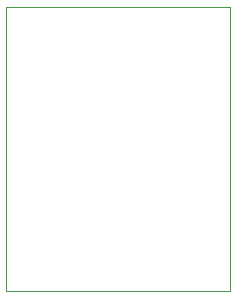
<source format=gbr>
G04 #@! TF.GenerationSoftware,KiCad,Pcbnew,(5.1.2-1)-1*
G04 #@! TF.CreationDate,2020-02-14T00:11:40-08:00*
G04 #@! TF.ProjectId,KEYPAD,4b455950-4144-42e6-9b69-6361645f7063,rev?*
G04 #@! TF.SameCoordinates,Original*
G04 #@! TF.FileFunction,Profile,NP*
%FSLAX46Y46*%
G04 Gerber Fmt 4.6, Leading zero omitted, Abs format (unit mm)*
G04 Created by KiCad (PCBNEW (5.1.2-1)-1) date 2020-02-14 00:11:40*
%MOMM*%
%LPD*%
G04 APERTURE LIST*
%ADD10C,0.050000*%
G04 APERTURE END LIST*
D10*
X31000000Y-12000000D02*
X31000000Y-36000000D01*
X12000000Y-36000000D02*
X12000000Y-12000000D01*
X31000000Y-36000000D02*
X12000000Y-36000000D01*
X12000000Y-12000000D02*
X31000000Y-12000000D01*
M02*

</source>
